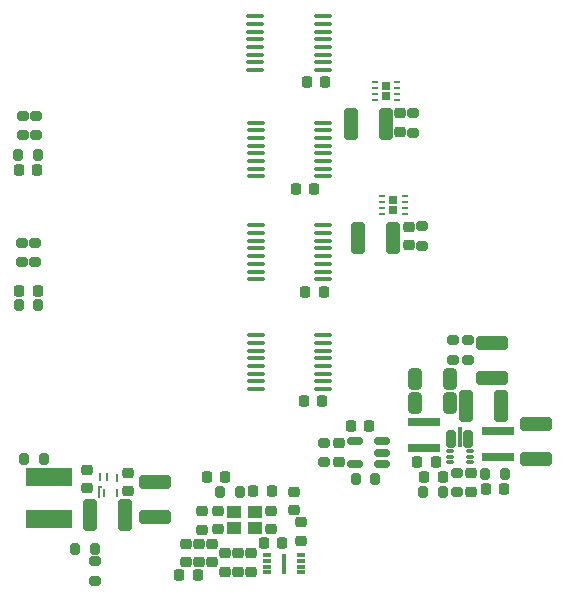
<source format=gbp>
G04 #@! TF.GenerationSoftware,KiCad,Pcbnew,(6.0.7)*
G04 #@! TF.CreationDate,2022-10-27T11:50:25+02:00*
G04 #@! TF.ProjectId,pumpCon,70756d70-436f-46e2-9e6b-696361645f70,rev?*
G04 #@! TF.SameCoordinates,Original*
G04 #@! TF.FileFunction,Paste,Bot*
G04 #@! TF.FilePolarity,Positive*
%FSLAX46Y46*%
G04 Gerber Fmt 4.6, Leading zero omitted, Abs format (unit mm)*
G04 Created by KiCad (PCBNEW (6.0.7)) date 2022-10-27 11:50:25*
%MOMM*%
%LPD*%
G01*
G04 APERTURE LIST*
G04 Aperture macros list*
%AMRoundRect*
0 Rectangle with rounded corners*
0 $1 Rounding radius*
0 $2 $3 $4 $5 $6 $7 $8 $9 X,Y pos of 4 corners*
0 Add a 4 corners polygon primitive as box body*
4,1,4,$2,$3,$4,$5,$6,$7,$8,$9,$2,$3,0*
0 Add four circle primitives for the rounded corners*
1,1,$1+$1,$2,$3*
1,1,$1+$1,$4,$5*
1,1,$1+$1,$6,$7*
1,1,$1+$1,$8,$9*
0 Add four rect primitives between the rounded corners*
20,1,$1+$1,$2,$3,$4,$5,0*
20,1,$1+$1,$4,$5,$6,$7,0*
20,1,$1+$1,$6,$7,$8,$9,0*
20,1,$1+$1,$8,$9,$2,$3,0*%
G04 Aperture macros list end*
%ADD10C,0.100000*%
%ADD11RoundRect,0.225000X-0.250000X0.225000X-0.250000X-0.225000X0.250000X-0.225000X0.250000X0.225000X0*%
%ADD12RoundRect,0.200000X-0.200000X-0.275000X0.200000X-0.275000X0.200000X0.275000X-0.200000X0.275000X0*%
%ADD13RoundRect,0.150000X0.512500X0.150000X-0.512500X0.150000X-0.512500X-0.150000X0.512500X-0.150000X0*%
%ADD14RoundRect,0.250000X0.325000X0.650000X-0.325000X0.650000X-0.325000X-0.650000X0.325000X-0.650000X0*%
%ADD15RoundRect,0.225000X0.225000X0.250000X-0.225000X0.250000X-0.225000X-0.250000X0.225000X-0.250000X0*%
%ADD16RoundRect,0.225000X-0.225000X-0.250000X0.225000X-0.250000X0.225000X0.250000X-0.225000X0.250000X0*%
%ADD17R,2.700000X0.800000*%
%ADD18RoundRect,0.200000X0.200000X0.275000X-0.200000X0.275000X-0.200000X-0.275000X0.200000X-0.275000X0*%
%ADD19RoundRect,0.225000X0.250000X-0.225000X0.250000X0.225000X-0.250000X0.225000X-0.250000X-0.225000X0*%
%ADD20RoundRect,0.200000X-0.275000X0.200000X-0.275000X-0.200000X0.275000X-0.200000X0.275000X0.200000X0*%
%ADD21RoundRect,0.200000X0.275000X-0.200000X0.275000X0.200000X-0.275000X0.200000X-0.275000X-0.200000X0*%
%ADD22RoundRect,0.200000X0.200000X0.525000X-0.200000X0.525000X-0.200000X-0.525000X0.200000X-0.525000X0*%
%ADD23RoundRect,0.075000X0.225000X0.075000X-0.225000X0.075000X-0.225000X-0.075000X0.225000X-0.075000X0*%
%ADD24RoundRect,0.075000X0.075000X0.787500X-0.075000X0.787500X-0.075000X-0.787500X0.075000X-0.787500X0*%
%ADD25RoundRect,0.250000X-1.100000X0.325000X-1.100000X-0.325000X1.100000X-0.325000X1.100000X0.325000X0*%
%ADD26RoundRect,0.050000X-0.050000X0.250000X-0.050000X-0.250000X0.050000X-0.250000X0.050000X0.250000X0*%
%ADD27RoundRect,0.050000X-0.050000X0.300000X-0.050000X-0.300000X0.050000X-0.300000X0.050000X0.300000X0*%
%ADD28RoundRect,0.100000X-0.637500X-0.100000X0.637500X-0.100000X0.637500X0.100000X-0.637500X0.100000X0*%
%ADD29R,0.750000X0.650000*%
%ADD30R,0.500000X0.250000*%
%ADD31RoundRect,0.250000X-0.325000X-1.100000X0.325000X-1.100000X0.325000X1.100000X-0.325000X1.100000X0*%
%ADD32RoundRect,0.250000X0.325000X1.100000X-0.325000X1.100000X-0.325000X-1.100000X0.325000X-1.100000X0*%
%ADD33RoundRect,0.218750X0.218750X0.256250X-0.218750X0.256250X-0.218750X-0.256250X0.218750X-0.256250X0*%
%ADD34RoundRect,0.250000X1.100000X-0.325000X1.100000X0.325000X-1.100000X0.325000X-1.100000X-0.325000X0*%
%ADD35R,1.150000X1.000000*%
%ADD36R,0.750000X0.300000*%
%ADD37R,0.300000X1.700000*%
%ADD38R,4.000000X1.500000*%
G04 APERTURE END LIST*
D10*
X70200000Y-100950000D02*
X70100000Y-100950000D01*
X70100000Y-101550000D02*
X70200000Y-101550000D01*
X70100000Y-100950000D02*
X70100000Y-101550000D01*
X70200000Y-101550000D02*
X70200000Y-100950000D01*
X70325000Y-102125000D02*
X70325000Y-102025000D01*
X70025000Y-102025000D02*
X70025000Y-102925000D01*
X70125000Y-102925000D02*
X70125000Y-102025000D01*
X70025000Y-102125000D02*
X70325000Y-102125000D01*
X70025000Y-102925000D02*
X70125000Y-102925000D01*
X70325000Y-102025000D02*
X70025000Y-102025000D01*
D11*
X80200000Y-104125000D03*
X80200000Y-105675000D03*
D12*
X97575000Y-102500000D03*
X99225000Y-102500000D03*
D13*
X94087500Y-98250000D03*
X94087500Y-99200000D03*
X94087500Y-100150000D03*
X91812500Y-100150000D03*
X91812500Y-98250000D03*
D12*
X63800000Y-99750000D03*
X65450000Y-99750000D03*
D14*
X99825000Y-95000000D03*
X96875000Y-95000000D03*
D11*
X95600000Y-70475000D03*
X95600000Y-72025000D03*
D15*
X64925000Y-85550000D03*
X63375000Y-85550000D03*
D12*
X102825000Y-101000000D03*
X104475000Y-101000000D03*
D16*
X84075000Y-106900000D03*
X85625000Y-106900000D03*
X97075000Y-100000000D03*
X98625000Y-100000000D03*
D17*
X97600000Y-98850000D03*
X97600000Y-96650000D03*
D11*
X96355000Y-80075000D03*
X96355000Y-81625000D03*
D18*
X64925000Y-74050000D03*
X63275000Y-74050000D03*
D16*
X83175000Y-102450000D03*
X84725000Y-102450000D03*
D19*
X78600000Y-108475000D03*
X78600000Y-106925000D03*
D17*
X103900000Y-99600000D03*
X103900000Y-97400000D03*
D19*
X101650000Y-102525000D03*
X101650000Y-100975000D03*
D20*
X64700000Y-81425000D03*
X64700000Y-83075000D03*
X96700000Y-70475000D03*
X96700000Y-72125000D03*
D21*
X89200000Y-100025000D03*
X89200000Y-98375000D03*
D11*
X78800000Y-104175000D03*
X78800000Y-105725000D03*
D22*
X101400000Y-98062500D03*
D23*
X101500000Y-99112500D03*
X101500000Y-99562500D03*
X101500000Y-100012500D03*
X99800000Y-100012500D03*
X99800000Y-99562500D03*
X99800000Y-99112500D03*
D22*
X99900000Y-98062500D03*
D24*
X100650000Y-97925000D03*
D15*
X80775000Y-101300000D03*
X79225000Y-101300000D03*
D25*
X107100000Y-96775000D03*
X107100000Y-99725000D03*
D19*
X80800000Y-109275000D03*
X80800000Y-107725000D03*
D26*
X70800000Y-101300000D03*
D27*
X71600000Y-101350000D03*
D26*
X71600000Y-102600000D03*
X70575000Y-102600000D03*
D12*
X68125000Y-107350000D03*
X69775000Y-107350000D03*
D28*
X83337500Y-66825000D03*
X83337500Y-66175000D03*
X83337500Y-65525000D03*
X83337500Y-64875000D03*
X83337500Y-64225000D03*
X83337500Y-63575000D03*
X83337500Y-62925000D03*
X83337500Y-62275000D03*
X89062500Y-62275000D03*
X89062500Y-62925000D03*
X89062500Y-63575000D03*
X89062500Y-64225000D03*
X89062500Y-64875000D03*
X89062500Y-65525000D03*
X89062500Y-66175000D03*
X89062500Y-66825000D03*
X83387500Y-93825000D03*
X83387500Y-93175000D03*
X83387500Y-92525000D03*
X83387500Y-91875000D03*
X83387500Y-91225000D03*
X83387500Y-90575000D03*
X83387500Y-89925000D03*
X83387500Y-89275000D03*
X89112500Y-89275000D03*
X89112500Y-89925000D03*
X89112500Y-90575000D03*
X89112500Y-91225000D03*
X89112500Y-91875000D03*
X89112500Y-92525000D03*
X89112500Y-93175000D03*
X89112500Y-93825000D03*
D15*
X99225000Y-101250000D03*
X97675000Y-101250000D03*
X89125000Y-85600000D03*
X87575000Y-85600000D03*
D18*
X64975000Y-86750000D03*
X63325000Y-86750000D03*
X82025000Y-102500000D03*
X80375000Y-102500000D03*
D14*
X99825000Y-93000000D03*
X96875000Y-93000000D03*
D19*
X69100000Y-102225000D03*
X69100000Y-100675000D03*
D29*
X95050000Y-77850000D03*
X95050000Y-78650000D03*
D30*
X96000000Y-77500000D03*
X96000000Y-78000000D03*
X96000000Y-78500000D03*
X96000000Y-79000000D03*
X94100000Y-79000000D03*
X94100000Y-78500000D03*
X94100000Y-78000000D03*
X94100000Y-77500000D03*
D16*
X102875000Y-102250000D03*
X104425000Y-102250000D03*
D19*
X77500000Y-108475000D03*
X77500000Y-106925000D03*
X84700000Y-105675000D03*
X84700000Y-104125000D03*
D20*
X100400000Y-100925000D03*
X100400000Y-102575000D03*
D11*
X90450000Y-98425000D03*
X90450000Y-99975000D03*
D19*
X81900000Y-109275000D03*
X81900000Y-107725000D03*
D20*
X101350000Y-89675000D03*
X101350000Y-91325000D03*
D11*
X87200000Y-105100000D03*
X87200000Y-106650000D03*
D20*
X69750000Y-108425000D03*
X69750000Y-110075000D03*
D31*
X101175000Y-95250000D03*
X104125000Y-95250000D03*
D32*
X94375000Y-71350000D03*
X91425000Y-71350000D03*
D18*
X93525000Y-101450000D03*
X91875000Y-101450000D03*
D15*
X89025000Y-94850000D03*
X87475000Y-94850000D03*
D32*
X72325000Y-104450000D03*
X69375000Y-104450000D03*
D21*
X63650000Y-72325000D03*
X63650000Y-70675000D03*
D25*
X103400000Y-89920000D03*
X103400000Y-92870000D03*
D33*
X78487500Y-109600000D03*
X76912500Y-109600000D03*
D34*
X74850000Y-104625000D03*
X74850000Y-101675000D03*
D16*
X91425000Y-96950000D03*
X92975000Y-96950000D03*
D15*
X64875000Y-75250000D03*
X63325000Y-75250000D03*
D19*
X72600000Y-102475000D03*
X72600000Y-100925000D03*
D35*
X83325000Y-105600000D03*
X81575000Y-105600000D03*
X81575000Y-104200000D03*
X83325000Y-104200000D03*
D28*
X83387500Y-75825000D03*
X83387500Y-75175000D03*
X83387500Y-74525000D03*
X83387500Y-73875000D03*
X83387500Y-73225000D03*
X83387500Y-72575000D03*
X83387500Y-71925000D03*
X83387500Y-71275000D03*
X89112500Y-71275000D03*
X89112500Y-71925000D03*
X89112500Y-72575000D03*
X89112500Y-73225000D03*
X89112500Y-73875000D03*
X89112500Y-74525000D03*
X89112500Y-75175000D03*
X89112500Y-75825000D03*
D19*
X86600000Y-104075000D03*
X86600000Y-102525000D03*
X79700000Y-108475000D03*
X79700000Y-106925000D03*
D29*
X94420000Y-69000000D03*
X94420000Y-68200000D03*
D30*
X95370000Y-67850000D03*
X95370000Y-68350000D03*
X95370000Y-68850000D03*
X95370000Y-69350000D03*
X93470000Y-69350000D03*
X93470000Y-68850000D03*
X93470000Y-68350000D03*
X93470000Y-67850000D03*
D28*
X83387500Y-84525000D03*
X83387500Y-83875000D03*
X83387500Y-83225000D03*
X83387500Y-82575000D03*
X83387500Y-81925000D03*
X83387500Y-81275000D03*
X83387500Y-80625000D03*
X83387500Y-79975000D03*
X89112500Y-79975000D03*
X89112500Y-80625000D03*
X89112500Y-81275000D03*
X89112500Y-81925000D03*
X89112500Y-82575000D03*
X89112500Y-83225000D03*
X89112500Y-83875000D03*
X89112500Y-84525000D03*
D20*
X97450000Y-80025000D03*
X97450000Y-81675000D03*
D32*
X95005000Y-81000000D03*
X92055000Y-81000000D03*
D19*
X83000000Y-109275000D03*
X83000000Y-107725000D03*
D20*
X100100000Y-89675000D03*
X100100000Y-91325000D03*
D36*
X87200000Y-107850000D03*
X87200000Y-108350000D03*
X87200000Y-108850000D03*
X87200000Y-109350000D03*
X84300000Y-109350000D03*
X84300000Y-108850000D03*
X84300000Y-108350000D03*
X84300000Y-107850000D03*
D37*
X85750000Y-108600000D03*
D20*
X64750000Y-70675000D03*
X64750000Y-72325000D03*
D21*
X63600000Y-83075000D03*
X63600000Y-81425000D03*
D38*
X65850000Y-101250000D03*
X65850000Y-104850000D03*
D15*
X89275000Y-67800000D03*
X87725000Y-67800000D03*
X88325000Y-76900000D03*
X86775000Y-76900000D03*
M02*

</source>
